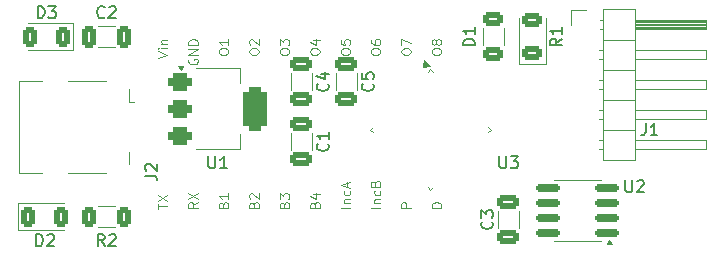
<source format=gto>
G04 #@! TF.GenerationSoftware,KiCad,Pcbnew,8.0.3*
G04 #@! TF.CreationDate,2024-06-24T13:25:16+02:00*
G04 #@! TF.ProjectId,LimbusZero,4c696d62-7573-45a6-9572-6f2e6b696361,v.0.1*
G04 #@! TF.SameCoordinates,Original*
G04 #@! TF.FileFunction,Legend,Top*
G04 #@! TF.FilePolarity,Positive*
%FSLAX46Y46*%
G04 Gerber Fmt 4.6, Leading zero omitted, Abs format (unit mm)*
G04 Created by KiCad (PCBNEW 8.0.3) date 2024-06-24 13:25:16*
%MOMM*%
%LPD*%
G01*
G04 APERTURE LIST*
G04 Aperture macros list*
%AMRoundRect*
0 Rectangle with rounded corners*
0 $1 Rounding radius*
0 $2 $3 $4 $5 $6 $7 $8 $9 X,Y pos of 4 corners*
0 Add a 4 corners polygon primitive as box body*
4,1,4,$2,$3,$4,$5,$6,$7,$8,$9,$2,$3,0*
0 Add four circle primitives for the rounded corners*
1,1,$1+$1,$2,$3*
1,1,$1+$1,$4,$5*
1,1,$1+$1,$6,$7*
1,1,$1+$1,$8,$9*
0 Add four rect primitives between the rounded corners*
20,1,$1+$1,$2,$3,$4,$5,0*
20,1,$1+$1,$4,$5,$6,$7,0*
20,1,$1+$1,$6,$7,$8,$9,0*
20,1,$1+$1,$8,$9,$2,$3,0*%
G04 Aperture macros list end*
%ADD10C,0.100000*%
%ADD11C,0.150000*%
%ADD12C,0.120000*%
%ADD13RoundRect,0.250000X-0.625000X0.312500X-0.625000X-0.312500X0.625000X-0.312500X0.625000X0.312500X0*%
%ADD14RoundRect,0.250000X-0.375000X-0.625000X0.375000X-0.625000X0.375000X0.625000X-0.375000X0.625000X0*%
%ADD15RoundRect,0.250000X-0.650000X0.325000X-0.650000X-0.325000X0.650000X-0.325000X0.650000X0.325000X0*%
%ADD16C,1.000000*%
%ADD17R,2.000000X0.500000*%
%ADD18R,1.700000X2.000000*%
%ADD19RoundRect,0.250000X0.625000X-0.375000X0.625000X0.375000X-0.625000X0.375000X-0.625000X-0.375000X0*%
%ADD20RoundRect,0.375000X-0.625000X-0.375000X0.625000X-0.375000X0.625000X0.375000X-0.625000X0.375000X0*%
%ADD21RoundRect,0.500000X-0.500000X-1.400000X0.500000X-1.400000X0.500000X1.400000X-0.500000X1.400000X0*%
%ADD22RoundRect,0.250000X0.375000X0.625000X-0.375000X0.625000X-0.375000X-0.625000X0.375000X-0.625000X0*%
%ADD23R,1.700000X1.700000*%
%ADD24O,1.700000X1.700000*%
%ADD25RoundRect,0.150000X0.825000X0.150000X-0.825000X0.150000X-0.825000X-0.150000X0.825000X-0.150000X0*%
%ADD26RoundRect,0.250000X-0.325000X-0.650000X0.325000X-0.650000X0.325000X0.650000X-0.325000X0.650000X0*%
%ADD27RoundRect,0.125000X-0.530330X0.353553X0.353553X-0.530330X0.530330X-0.353553X-0.353553X0.530330X0*%
%ADD28RoundRect,0.125000X-0.530330X-0.353553X-0.353553X-0.530330X0.530330X0.353553X0.353553X0.530330X0*%
%ADD29RoundRect,0.250000X-0.312500X-0.625000X0.312500X-0.625000X0.312500X0.625000X-0.312500X0.625000X0*%
G04 APERTURE END LIST*
D10*
X93261705Y-69090074D02*
X94061705Y-68823407D01*
X94061705Y-68823407D02*
X93261705Y-68556741D01*
X94061705Y-68290074D02*
X93528371Y-68290074D01*
X93261705Y-68290074D02*
X93299800Y-68328170D01*
X93299800Y-68328170D02*
X93337895Y-68290074D01*
X93337895Y-68290074D02*
X93299800Y-68251979D01*
X93299800Y-68251979D02*
X93261705Y-68290074D01*
X93261705Y-68290074D02*
X93337895Y-68290074D01*
X93528371Y-67909122D02*
X94061705Y-67909122D01*
X93604562Y-67909122D02*
X93566467Y-67871027D01*
X93566467Y-67871027D02*
X93528371Y-67794837D01*
X93528371Y-67794837D02*
X93528371Y-67680551D01*
X93528371Y-67680551D02*
X93566467Y-67604360D01*
X93566467Y-67604360D02*
X93642657Y-67566265D01*
X93642657Y-67566265D02*
X94061705Y-67566265D01*
X95875710Y-69204360D02*
X95837615Y-69280550D01*
X95837615Y-69280550D02*
X95837615Y-69394836D01*
X95837615Y-69394836D02*
X95875710Y-69509122D01*
X95875710Y-69509122D02*
X95951900Y-69585312D01*
X95951900Y-69585312D02*
X96028091Y-69623407D01*
X96028091Y-69623407D02*
X96180472Y-69661503D01*
X96180472Y-69661503D02*
X96294758Y-69661503D01*
X96294758Y-69661503D02*
X96447139Y-69623407D01*
X96447139Y-69623407D02*
X96523329Y-69585312D01*
X96523329Y-69585312D02*
X96599520Y-69509122D01*
X96599520Y-69509122D02*
X96637615Y-69394836D01*
X96637615Y-69394836D02*
X96637615Y-69318645D01*
X96637615Y-69318645D02*
X96599520Y-69204360D01*
X96599520Y-69204360D02*
X96561424Y-69166264D01*
X96561424Y-69166264D02*
X96294758Y-69166264D01*
X96294758Y-69166264D02*
X96294758Y-69318645D01*
X96637615Y-68823407D02*
X95837615Y-68823407D01*
X95837615Y-68823407D02*
X96637615Y-68366264D01*
X96637615Y-68366264D02*
X95837615Y-68366264D01*
X96637615Y-67985312D02*
X95837615Y-67985312D01*
X95837615Y-67985312D02*
X95837615Y-67794836D01*
X95837615Y-67794836D02*
X95875710Y-67680550D01*
X95875710Y-67680550D02*
X95951900Y-67604360D01*
X95951900Y-67604360D02*
X96028091Y-67566265D01*
X96028091Y-67566265D02*
X96180472Y-67528169D01*
X96180472Y-67528169D02*
X96294758Y-67528169D01*
X96294758Y-67528169D02*
X96447139Y-67566265D01*
X96447139Y-67566265D02*
X96523329Y-67604360D01*
X96523329Y-67604360D02*
X96599520Y-67680550D01*
X96599520Y-67680550D02*
X96637615Y-67794836D01*
X96637615Y-67794836D02*
X96637615Y-67985312D01*
X98413525Y-68632931D02*
X98413525Y-68480550D01*
X98413525Y-68480550D02*
X98451620Y-68404360D01*
X98451620Y-68404360D02*
X98527810Y-68328169D01*
X98527810Y-68328169D02*
X98680191Y-68290074D01*
X98680191Y-68290074D02*
X98946858Y-68290074D01*
X98946858Y-68290074D02*
X99099239Y-68328169D01*
X99099239Y-68328169D02*
X99175430Y-68404360D01*
X99175430Y-68404360D02*
X99213525Y-68480550D01*
X99213525Y-68480550D02*
X99213525Y-68632931D01*
X99213525Y-68632931D02*
X99175430Y-68709122D01*
X99175430Y-68709122D02*
X99099239Y-68785312D01*
X99099239Y-68785312D02*
X98946858Y-68823408D01*
X98946858Y-68823408D02*
X98680191Y-68823408D01*
X98680191Y-68823408D02*
X98527810Y-68785312D01*
X98527810Y-68785312D02*
X98451620Y-68709122D01*
X98451620Y-68709122D02*
X98413525Y-68632931D01*
X99213525Y-67528170D02*
X99213525Y-67985313D01*
X99213525Y-67756741D02*
X98413525Y-67756741D01*
X98413525Y-67756741D02*
X98527810Y-67832932D01*
X98527810Y-67832932D02*
X98604001Y-67909122D01*
X98604001Y-67909122D02*
X98642096Y-67985313D01*
X100989435Y-68632931D02*
X100989435Y-68480550D01*
X100989435Y-68480550D02*
X101027530Y-68404360D01*
X101027530Y-68404360D02*
X101103720Y-68328169D01*
X101103720Y-68328169D02*
X101256101Y-68290074D01*
X101256101Y-68290074D02*
X101522768Y-68290074D01*
X101522768Y-68290074D02*
X101675149Y-68328169D01*
X101675149Y-68328169D02*
X101751340Y-68404360D01*
X101751340Y-68404360D02*
X101789435Y-68480550D01*
X101789435Y-68480550D02*
X101789435Y-68632931D01*
X101789435Y-68632931D02*
X101751340Y-68709122D01*
X101751340Y-68709122D02*
X101675149Y-68785312D01*
X101675149Y-68785312D02*
X101522768Y-68823408D01*
X101522768Y-68823408D02*
X101256101Y-68823408D01*
X101256101Y-68823408D02*
X101103720Y-68785312D01*
X101103720Y-68785312D02*
X101027530Y-68709122D01*
X101027530Y-68709122D02*
X100989435Y-68632931D01*
X101065625Y-67985313D02*
X101027530Y-67947217D01*
X101027530Y-67947217D02*
X100989435Y-67871027D01*
X100989435Y-67871027D02*
X100989435Y-67680551D01*
X100989435Y-67680551D02*
X101027530Y-67604360D01*
X101027530Y-67604360D02*
X101065625Y-67566265D01*
X101065625Y-67566265D02*
X101141816Y-67528170D01*
X101141816Y-67528170D02*
X101218006Y-67528170D01*
X101218006Y-67528170D02*
X101332292Y-67566265D01*
X101332292Y-67566265D02*
X101789435Y-68023408D01*
X101789435Y-68023408D02*
X101789435Y-67528170D01*
X103565345Y-68632931D02*
X103565345Y-68480550D01*
X103565345Y-68480550D02*
X103603440Y-68404360D01*
X103603440Y-68404360D02*
X103679630Y-68328169D01*
X103679630Y-68328169D02*
X103832011Y-68290074D01*
X103832011Y-68290074D02*
X104098678Y-68290074D01*
X104098678Y-68290074D02*
X104251059Y-68328169D01*
X104251059Y-68328169D02*
X104327250Y-68404360D01*
X104327250Y-68404360D02*
X104365345Y-68480550D01*
X104365345Y-68480550D02*
X104365345Y-68632931D01*
X104365345Y-68632931D02*
X104327250Y-68709122D01*
X104327250Y-68709122D02*
X104251059Y-68785312D01*
X104251059Y-68785312D02*
X104098678Y-68823408D01*
X104098678Y-68823408D02*
X103832011Y-68823408D01*
X103832011Y-68823408D02*
X103679630Y-68785312D01*
X103679630Y-68785312D02*
X103603440Y-68709122D01*
X103603440Y-68709122D02*
X103565345Y-68632931D01*
X103565345Y-68023408D02*
X103565345Y-67528170D01*
X103565345Y-67528170D02*
X103870107Y-67794836D01*
X103870107Y-67794836D02*
X103870107Y-67680551D01*
X103870107Y-67680551D02*
X103908202Y-67604360D01*
X103908202Y-67604360D02*
X103946297Y-67566265D01*
X103946297Y-67566265D02*
X104022488Y-67528170D01*
X104022488Y-67528170D02*
X104212964Y-67528170D01*
X104212964Y-67528170D02*
X104289154Y-67566265D01*
X104289154Y-67566265D02*
X104327250Y-67604360D01*
X104327250Y-67604360D02*
X104365345Y-67680551D01*
X104365345Y-67680551D02*
X104365345Y-67909122D01*
X104365345Y-67909122D02*
X104327250Y-67985313D01*
X104327250Y-67985313D02*
X104289154Y-68023408D01*
X106141255Y-68632931D02*
X106141255Y-68480550D01*
X106141255Y-68480550D02*
X106179350Y-68404360D01*
X106179350Y-68404360D02*
X106255540Y-68328169D01*
X106255540Y-68328169D02*
X106407921Y-68290074D01*
X106407921Y-68290074D02*
X106674588Y-68290074D01*
X106674588Y-68290074D02*
X106826969Y-68328169D01*
X106826969Y-68328169D02*
X106903160Y-68404360D01*
X106903160Y-68404360D02*
X106941255Y-68480550D01*
X106941255Y-68480550D02*
X106941255Y-68632931D01*
X106941255Y-68632931D02*
X106903160Y-68709122D01*
X106903160Y-68709122D02*
X106826969Y-68785312D01*
X106826969Y-68785312D02*
X106674588Y-68823408D01*
X106674588Y-68823408D02*
X106407921Y-68823408D01*
X106407921Y-68823408D02*
X106255540Y-68785312D01*
X106255540Y-68785312D02*
X106179350Y-68709122D01*
X106179350Y-68709122D02*
X106141255Y-68632931D01*
X106407921Y-67604360D02*
X106941255Y-67604360D01*
X106103160Y-67794836D02*
X106674588Y-67985313D01*
X106674588Y-67985313D02*
X106674588Y-67490074D01*
X108717165Y-68632931D02*
X108717165Y-68480550D01*
X108717165Y-68480550D02*
X108755260Y-68404360D01*
X108755260Y-68404360D02*
X108831450Y-68328169D01*
X108831450Y-68328169D02*
X108983831Y-68290074D01*
X108983831Y-68290074D02*
X109250498Y-68290074D01*
X109250498Y-68290074D02*
X109402879Y-68328169D01*
X109402879Y-68328169D02*
X109479070Y-68404360D01*
X109479070Y-68404360D02*
X109517165Y-68480550D01*
X109517165Y-68480550D02*
X109517165Y-68632931D01*
X109517165Y-68632931D02*
X109479070Y-68709122D01*
X109479070Y-68709122D02*
X109402879Y-68785312D01*
X109402879Y-68785312D02*
X109250498Y-68823408D01*
X109250498Y-68823408D02*
X108983831Y-68823408D01*
X108983831Y-68823408D02*
X108831450Y-68785312D01*
X108831450Y-68785312D02*
X108755260Y-68709122D01*
X108755260Y-68709122D02*
X108717165Y-68632931D01*
X108717165Y-67566265D02*
X108717165Y-67947217D01*
X108717165Y-67947217D02*
X109098117Y-67985313D01*
X109098117Y-67985313D02*
X109060022Y-67947217D01*
X109060022Y-67947217D02*
X109021927Y-67871027D01*
X109021927Y-67871027D02*
X109021927Y-67680551D01*
X109021927Y-67680551D02*
X109060022Y-67604360D01*
X109060022Y-67604360D02*
X109098117Y-67566265D01*
X109098117Y-67566265D02*
X109174308Y-67528170D01*
X109174308Y-67528170D02*
X109364784Y-67528170D01*
X109364784Y-67528170D02*
X109440974Y-67566265D01*
X109440974Y-67566265D02*
X109479070Y-67604360D01*
X109479070Y-67604360D02*
X109517165Y-67680551D01*
X109517165Y-67680551D02*
X109517165Y-67871027D01*
X109517165Y-67871027D02*
X109479070Y-67947217D01*
X109479070Y-67947217D02*
X109440974Y-67985313D01*
X111293075Y-68632931D02*
X111293075Y-68480550D01*
X111293075Y-68480550D02*
X111331170Y-68404360D01*
X111331170Y-68404360D02*
X111407360Y-68328169D01*
X111407360Y-68328169D02*
X111559741Y-68290074D01*
X111559741Y-68290074D02*
X111826408Y-68290074D01*
X111826408Y-68290074D02*
X111978789Y-68328169D01*
X111978789Y-68328169D02*
X112054980Y-68404360D01*
X112054980Y-68404360D02*
X112093075Y-68480550D01*
X112093075Y-68480550D02*
X112093075Y-68632931D01*
X112093075Y-68632931D02*
X112054980Y-68709122D01*
X112054980Y-68709122D02*
X111978789Y-68785312D01*
X111978789Y-68785312D02*
X111826408Y-68823408D01*
X111826408Y-68823408D02*
X111559741Y-68823408D01*
X111559741Y-68823408D02*
X111407360Y-68785312D01*
X111407360Y-68785312D02*
X111331170Y-68709122D01*
X111331170Y-68709122D02*
X111293075Y-68632931D01*
X111293075Y-67604360D02*
X111293075Y-67756741D01*
X111293075Y-67756741D02*
X111331170Y-67832932D01*
X111331170Y-67832932D02*
X111369265Y-67871027D01*
X111369265Y-67871027D02*
X111483551Y-67947217D01*
X111483551Y-67947217D02*
X111635932Y-67985313D01*
X111635932Y-67985313D02*
X111940694Y-67985313D01*
X111940694Y-67985313D02*
X112016884Y-67947217D01*
X112016884Y-67947217D02*
X112054980Y-67909122D01*
X112054980Y-67909122D02*
X112093075Y-67832932D01*
X112093075Y-67832932D02*
X112093075Y-67680551D01*
X112093075Y-67680551D02*
X112054980Y-67604360D01*
X112054980Y-67604360D02*
X112016884Y-67566265D01*
X112016884Y-67566265D02*
X111940694Y-67528170D01*
X111940694Y-67528170D02*
X111750218Y-67528170D01*
X111750218Y-67528170D02*
X111674027Y-67566265D01*
X111674027Y-67566265D02*
X111635932Y-67604360D01*
X111635932Y-67604360D02*
X111597837Y-67680551D01*
X111597837Y-67680551D02*
X111597837Y-67832932D01*
X111597837Y-67832932D02*
X111635932Y-67909122D01*
X111635932Y-67909122D02*
X111674027Y-67947217D01*
X111674027Y-67947217D02*
X111750218Y-67985313D01*
X113868985Y-68632931D02*
X113868985Y-68480550D01*
X113868985Y-68480550D02*
X113907080Y-68404360D01*
X113907080Y-68404360D02*
X113983270Y-68328169D01*
X113983270Y-68328169D02*
X114135651Y-68290074D01*
X114135651Y-68290074D02*
X114402318Y-68290074D01*
X114402318Y-68290074D02*
X114554699Y-68328169D01*
X114554699Y-68328169D02*
X114630890Y-68404360D01*
X114630890Y-68404360D02*
X114668985Y-68480550D01*
X114668985Y-68480550D02*
X114668985Y-68632931D01*
X114668985Y-68632931D02*
X114630890Y-68709122D01*
X114630890Y-68709122D02*
X114554699Y-68785312D01*
X114554699Y-68785312D02*
X114402318Y-68823408D01*
X114402318Y-68823408D02*
X114135651Y-68823408D01*
X114135651Y-68823408D02*
X113983270Y-68785312D01*
X113983270Y-68785312D02*
X113907080Y-68709122D01*
X113907080Y-68709122D02*
X113868985Y-68632931D01*
X113868985Y-68023408D02*
X113868985Y-67490074D01*
X113868985Y-67490074D02*
X114668985Y-67832932D01*
X116444895Y-68632931D02*
X116444895Y-68480550D01*
X116444895Y-68480550D02*
X116482990Y-68404360D01*
X116482990Y-68404360D02*
X116559180Y-68328169D01*
X116559180Y-68328169D02*
X116711561Y-68290074D01*
X116711561Y-68290074D02*
X116978228Y-68290074D01*
X116978228Y-68290074D02*
X117130609Y-68328169D01*
X117130609Y-68328169D02*
X117206800Y-68404360D01*
X117206800Y-68404360D02*
X117244895Y-68480550D01*
X117244895Y-68480550D02*
X117244895Y-68632931D01*
X117244895Y-68632931D02*
X117206800Y-68709122D01*
X117206800Y-68709122D02*
X117130609Y-68785312D01*
X117130609Y-68785312D02*
X116978228Y-68823408D01*
X116978228Y-68823408D02*
X116711561Y-68823408D01*
X116711561Y-68823408D02*
X116559180Y-68785312D01*
X116559180Y-68785312D02*
X116482990Y-68709122D01*
X116482990Y-68709122D02*
X116444895Y-68632931D01*
X116787752Y-67832932D02*
X116749657Y-67909122D01*
X116749657Y-67909122D02*
X116711561Y-67947217D01*
X116711561Y-67947217D02*
X116635371Y-67985313D01*
X116635371Y-67985313D02*
X116597276Y-67985313D01*
X116597276Y-67985313D02*
X116521085Y-67947217D01*
X116521085Y-67947217D02*
X116482990Y-67909122D01*
X116482990Y-67909122D02*
X116444895Y-67832932D01*
X116444895Y-67832932D02*
X116444895Y-67680551D01*
X116444895Y-67680551D02*
X116482990Y-67604360D01*
X116482990Y-67604360D02*
X116521085Y-67566265D01*
X116521085Y-67566265D02*
X116597276Y-67528170D01*
X116597276Y-67528170D02*
X116635371Y-67528170D01*
X116635371Y-67528170D02*
X116711561Y-67566265D01*
X116711561Y-67566265D02*
X116749657Y-67604360D01*
X116749657Y-67604360D02*
X116787752Y-67680551D01*
X116787752Y-67680551D02*
X116787752Y-67832932D01*
X116787752Y-67832932D02*
X116825847Y-67909122D01*
X116825847Y-67909122D02*
X116863942Y-67947217D01*
X116863942Y-67947217D02*
X116940133Y-67985313D01*
X116940133Y-67985313D02*
X117092514Y-67985313D01*
X117092514Y-67985313D02*
X117168704Y-67947217D01*
X117168704Y-67947217D02*
X117206800Y-67909122D01*
X117206800Y-67909122D02*
X117244895Y-67832932D01*
X117244895Y-67832932D02*
X117244895Y-67680551D01*
X117244895Y-67680551D02*
X117206800Y-67604360D01*
X117206800Y-67604360D02*
X117168704Y-67566265D01*
X117168704Y-67566265D02*
X117092514Y-67528170D01*
X117092514Y-67528170D02*
X116940133Y-67528170D01*
X116940133Y-67528170D02*
X116863942Y-67566265D01*
X116863942Y-67566265D02*
X116825847Y-67604360D01*
X116825847Y-67604360D02*
X116787752Y-67680551D01*
X93261705Y-81900020D02*
X93261705Y-81442877D01*
X94061705Y-81671449D02*
X93261705Y-81671449D01*
X93261705Y-81252401D02*
X94061705Y-80719067D01*
X93261705Y-80719067D02*
X94061705Y-81252401D01*
X96637615Y-81328591D02*
X96256662Y-81595258D01*
X96637615Y-81785734D02*
X95837615Y-81785734D01*
X95837615Y-81785734D02*
X95837615Y-81480972D01*
X95837615Y-81480972D02*
X95875710Y-81404782D01*
X95875710Y-81404782D02*
X95913805Y-81366687D01*
X95913805Y-81366687D02*
X95989996Y-81328591D01*
X95989996Y-81328591D02*
X96104281Y-81328591D01*
X96104281Y-81328591D02*
X96180472Y-81366687D01*
X96180472Y-81366687D02*
X96218567Y-81404782D01*
X96218567Y-81404782D02*
X96256662Y-81480972D01*
X96256662Y-81480972D02*
X96256662Y-81785734D01*
X95837615Y-81061925D02*
X96637615Y-80528591D01*
X95837615Y-80528591D02*
X96637615Y-81061925D01*
X98794477Y-81519068D02*
X98832572Y-81404782D01*
X98832572Y-81404782D02*
X98870668Y-81366687D01*
X98870668Y-81366687D02*
X98946858Y-81328591D01*
X98946858Y-81328591D02*
X99061144Y-81328591D01*
X99061144Y-81328591D02*
X99137334Y-81366687D01*
X99137334Y-81366687D02*
X99175430Y-81404782D01*
X99175430Y-81404782D02*
X99213525Y-81480972D01*
X99213525Y-81480972D02*
X99213525Y-81785734D01*
X99213525Y-81785734D02*
X98413525Y-81785734D01*
X98413525Y-81785734D02*
X98413525Y-81519068D01*
X98413525Y-81519068D02*
X98451620Y-81442877D01*
X98451620Y-81442877D02*
X98489715Y-81404782D01*
X98489715Y-81404782D02*
X98565906Y-81366687D01*
X98565906Y-81366687D02*
X98642096Y-81366687D01*
X98642096Y-81366687D02*
X98718287Y-81404782D01*
X98718287Y-81404782D02*
X98756382Y-81442877D01*
X98756382Y-81442877D02*
X98794477Y-81519068D01*
X98794477Y-81519068D02*
X98794477Y-81785734D01*
X99213525Y-80566687D02*
X99213525Y-81023830D01*
X99213525Y-80795258D02*
X98413525Y-80795258D01*
X98413525Y-80795258D02*
X98527810Y-80871449D01*
X98527810Y-80871449D02*
X98604001Y-80947639D01*
X98604001Y-80947639D02*
X98642096Y-81023830D01*
X101370387Y-81519068D02*
X101408482Y-81404782D01*
X101408482Y-81404782D02*
X101446578Y-81366687D01*
X101446578Y-81366687D02*
X101522768Y-81328591D01*
X101522768Y-81328591D02*
X101637054Y-81328591D01*
X101637054Y-81328591D02*
X101713244Y-81366687D01*
X101713244Y-81366687D02*
X101751340Y-81404782D01*
X101751340Y-81404782D02*
X101789435Y-81480972D01*
X101789435Y-81480972D02*
X101789435Y-81785734D01*
X101789435Y-81785734D02*
X100989435Y-81785734D01*
X100989435Y-81785734D02*
X100989435Y-81519068D01*
X100989435Y-81519068D02*
X101027530Y-81442877D01*
X101027530Y-81442877D02*
X101065625Y-81404782D01*
X101065625Y-81404782D02*
X101141816Y-81366687D01*
X101141816Y-81366687D02*
X101218006Y-81366687D01*
X101218006Y-81366687D02*
X101294197Y-81404782D01*
X101294197Y-81404782D02*
X101332292Y-81442877D01*
X101332292Y-81442877D02*
X101370387Y-81519068D01*
X101370387Y-81519068D02*
X101370387Y-81785734D01*
X101065625Y-81023830D02*
X101027530Y-80985734D01*
X101027530Y-80985734D02*
X100989435Y-80909544D01*
X100989435Y-80909544D02*
X100989435Y-80719068D01*
X100989435Y-80719068D02*
X101027530Y-80642877D01*
X101027530Y-80642877D02*
X101065625Y-80604782D01*
X101065625Y-80604782D02*
X101141816Y-80566687D01*
X101141816Y-80566687D02*
X101218006Y-80566687D01*
X101218006Y-80566687D02*
X101332292Y-80604782D01*
X101332292Y-80604782D02*
X101789435Y-81061925D01*
X101789435Y-81061925D02*
X101789435Y-80566687D01*
X103946297Y-81519068D02*
X103984392Y-81404782D01*
X103984392Y-81404782D02*
X104022488Y-81366687D01*
X104022488Y-81366687D02*
X104098678Y-81328591D01*
X104098678Y-81328591D02*
X104212964Y-81328591D01*
X104212964Y-81328591D02*
X104289154Y-81366687D01*
X104289154Y-81366687D02*
X104327250Y-81404782D01*
X104327250Y-81404782D02*
X104365345Y-81480972D01*
X104365345Y-81480972D02*
X104365345Y-81785734D01*
X104365345Y-81785734D02*
X103565345Y-81785734D01*
X103565345Y-81785734D02*
X103565345Y-81519068D01*
X103565345Y-81519068D02*
X103603440Y-81442877D01*
X103603440Y-81442877D02*
X103641535Y-81404782D01*
X103641535Y-81404782D02*
X103717726Y-81366687D01*
X103717726Y-81366687D02*
X103793916Y-81366687D01*
X103793916Y-81366687D02*
X103870107Y-81404782D01*
X103870107Y-81404782D02*
X103908202Y-81442877D01*
X103908202Y-81442877D02*
X103946297Y-81519068D01*
X103946297Y-81519068D02*
X103946297Y-81785734D01*
X103565345Y-81061925D02*
X103565345Y-80566687D01*
X103565345Y-80566687D02*
X103870107Y-80833353D01*
X103870107Y-80833353D02*
X103870107Y-80719068D01*
X103870107Y-80719068D02*
X103908202Y-80642877D01*
X103908202Y-80642877D02*
X103946297Y-80604782D01*
X103946297Y-80604782D02*
X104022488Y-80566687D01*
X104022488Y-80566687D02*
X104212964Y-80566687D01*
X104212964Y-80566687D02*
X104289154Y-80604782D01*
X104289154Y-80604782D02*
X104327250Y-80642877D01*
X104327250Y-80642877D02*
X104365345Y-80719068D01*
X104365345Y-80719068D02*
X104365345Y-80947639D01*
X104365345Y-80947639D02*
X104327250Y-81023830D01*
X104327250Y-81023830D02*
X104289154Y-81061925D01*
X106522207Y-81519068D02*
X106560302Y-81404782D01*
X106560302Y-81404782D02*
X106598398Y-81366687D01*
X106598398Y-81366687D02*
X106674588Y-81328591D01*
X106674588Y-81328591D02*
X106788874Y-81328591D01*
X106788874Y-81328591D02*
X106865064Y-81366687D01*
X106865064Y-81366687D02*
X106903160Y-81404782D01*
X106903160Y-81404782D02*
X106941255Y-81480972D01*
X106941255Y-81480972D02*
X106941255Y-81785734D01*
X106941255Y-81785734D02*
X106141255Y-81785734D01*
X106141255Y-81785734D02*
X106141255Y-81519068D01*
X106141255Y-81519068D02*
X106179350Y-81442877D01*
X106179350Y-81442877D02*
X106217445Y-81404782D01*
X106217445Y-81404782D02*
X106293636Y-81366687D01*
X106293636Y-81366687D02*
X106369826Y-81366687D01*
X106369826Y-81366687D02*
X106446017Y-81404782D01*
X106446017Y-81404782D02*
X106484112Y-81442877D01*
X106484112Y-81442877D02*
X106522207Y-81519068D01*
X106522207Y-81519068D02*
X106522207Y-81785734D01*
X106407921Y-80642877D02*
X106941255Y-80642877D01*
X106103160Y-80833353D02*
X106674588Y-81023830D01*
X106674588Y-81023830D02*
X106674588Y-80528591D01*
X109517165Y-81785734D02*
X108717165Y-81785734D01*
X108983831Y-81404782D02*
X109517165Y-81404782D01*
X109060022Y-81404782D02*
X109021927Y-81366687D01*
X109021927Y-81366687D02*
X108983831Y-81290497D01*
X108983831Y-81290497D02*
X108983831Y-81176211D01*
X108983831Y-81176211D02*
X109021927Y-81100020D01*
X109021927Y-81100020D02*
X109098117Y-81061925D01*
X109098117Y-81061925D02*
X109517165Y-81061925D01*
X109479070Y-80338115D02*
X109517165Y-80414306D01*
X109517165Y-80414306D02*
X109517165Y-80566687D01*
X109517165Y-80566687D02*
X109479070Y-80642877D01*
X109479070Y-80642877D02*
X109440974Y-80680972D01*
X109440974Y-80680972D02*
X109364784Y-80719068D01*
X109364784Y-80719068D02*
X109136212Y-80719068D01*
X109136212Y-80719068D02*
X109060022Y-80680972D01*
X109060022Y-80680972D02*
X109021927Y-80642877D01*
X109021927Y-80642877D02*
X108983831Y-80566687D01*
X108983831Y-80566687D02*
X108983831Y-80414306D01*
X108983831Y-80414306D02*
X109021927Y-80338115D01*
X109288593Y-80033354D02*
X109288593Y-79652401D01*
X109517165Y-80109544D02*
X108717165Y-79842877D01*
X108717165Y-79842877D02*
X109517165Y-79576211D01*
X112093075Y-81785734D02*
X111293075Y-81785734D01*
X111559741Y-81404782D02*
X112093075Y-81404782D01*
X111635932Y-81404782D02*
X111597837Y-81366687D01*
X111597837Y-81366687D02*
X111559741Y-81290497D01*
X111559741Y-81290497D02*
X111559741Y-81176211D01*
X111559741Y-81176211D02*
X111597837Y-81100020D01*
X111597837Y-81100020D02*
X111674027Y-81061925D01*
X111674027Y-81061925D02*
X112093075Y-81061925D01*
X112054980Y-80338115D02*
X112093075Y-80414306D01*
X112093075Y-80414306D02*
X112093075Y-80566687D01*
X112093075Y-80566687D02*
X112054980Y-80642877D01*
X112054980Y-80642877D02*
X112016884Y-80680972D01*
X112016884Y-80680972D02*
X111940694Y-80719068D01*
X111940694Y-80719068D02*
X111712122Y-80719068D01*
X111712122Y-80719068D02*
X111635932Y-80680972D01*
X111635932Y-80680972D02*
X111597837Y-80642877D01*
X111597837Y-80642877D02*
X111559741Y-80566687D01*
X111559741Y-80566687D02*
X111559741Y-80414306D01*
X111559741Y-80414306D02*
X111597837Y-80338115D01*
X111674027Y-79728592D02*
X111712122Y-79614306D01*
X111712122Y-79614306D02*
X111750218Y-79576211D01*
X111750218Y-79576211D02*
X111826408Y-79538115D01*
X111826408Y-79538115D02*
X111940694Y-79538115D01*
X111940694Y-79538115D02*
X112016884Y-79576211D01*
X112016884Y-79576211D02*
X112054980Y-79614306D01*
X112054980Y-79614306D02*
X112093075Y-79690496D01*
X112093075Y-79690496D02*
X112093075Y-79995258D01*
X112093075Y-79995258D02*
X111293075Y-79995258D01*
X111293075Y-79995258D02*
X111293075Y-79728592D01*
X111293075Y-79728592D02*
X111331170Y-79652401D01*
X111331170Y-79652401D02*
X111369265Y-79614306D01*
X111369265Y-79614306D02*
X111445456Y-79576211D01*
X111445456Y-79576211D02*
X111521646Y-79576211D01*
X111521646Y-79576211D02*
X111597837Y-79614306D01*
X111597837Y-79614306D02*
X111635932Y-79652401D01*
X111635932Y-79652401D02*
X111674027Y-79728592D01*
X111674027Y-79728592D02*
X111674027Y-79995258D01*
X114668985Y-81785734D02*
X113868985Y-81785734D01*
X113868985Y-81785734D02*
X113868985Y-81480972D01*
X113868985Y-81480972D02*
X113907080Y-81404782D01*
X113907080Y-81404782D02*
X113945175Y-81366687D01*
X113945175Y-81366687D02*
X114021366Y-81328591D01*
X114021366Y-81328591D02*
X114135651Y-81328591D01*
X114135651Y-81328591D02*
X114211842Y-81366687D01*
X114211842Y-81366687D02*
X114249937Y-81404782D01*
X114249937Y-81404782D02*
X114288032Y-81480972D01*
X114288032Y-81480972D02*
X114288032Y-81785734D01*
X117244895Y-81785734D02*
X116444895Y-81785734D01*
X116444895Y-81785734D02*
X116444895Y-81595258D01*
X116444895Y-81595258D02*
X116482990Y-81480972D01*
X116482990Y-81480972D02*
X116559180Y-81404782D01*
X116559180Y-81404782D02*
X116635371Y-81366687D01*
X116635371Y-81366687D02*
X116787752Y-81328591D01*
X116787752Y-81328591D02*
X116902038Y-81328591D01*
X116902038Y-81328591D02*
X117054419Y-81366687D01*
X117054419Y-81366687D02*
X117130609Y-81404782D01*
X117130609Y-81404782D02*
X117206800Y-81480972D01*
X117206800Y-81480972D02*
X117244895Y-81595258D01*
X117244895Y-81595258D02*
X117244895Y-81785734D01*
D11*
X127454819Y-67476666D02*
X126978628Y-67809999D01*
X127454819Y-68048094D02*
X126454819Y-68048094D01*
X126454819Y-68048094D02*
X126454819Y-67667142D01*
X126454819Y-67667142D02*
X126502438Y-67571904D01*
X126502438Y-67571904D02*
X126550057Y-67524285D01*
X126550057Y-67524285D02*
X126645295Y-67476666D01*
X126645295Y-67476666D02*
X126788152Y-67476666D01*
X126788152Y-67476666D02*
X126883390Y-67524285D01*
X126883390Y-67524285D02*
X126931009Y-67571904D01*
X126931009Y-67571904D02*
X126978628Y-67667142D01*
X126978628Y-67667142D02*
X126978628Y-68048094D01*
X127454819Y-66524285D02*
X127454819Y-67095713D01*
X127454819Y-66809999D02*
X126454819Y-66809999D01*
X126454819Y-66809999D02*
X126597676Y-66905237D01*
X126597676Y-66905237D02*
X126692914Y-67000475D01*
X126692914Y-67000475D02*
X126740533Y-67095713D01*
X82951906Y-85036819D02*
X82951906Y-84036819D01*
X82951906Y-84036819D02*
X83190001Y-84036819D01*
X83190001Y-84036819D02*
X83332858Y-84084438D01*
X83332858Y-84084438D02*
X83428096Y-84179676D01*
X83428096Y-84179676D02*
X83475715Y-84274914D01*
X83475715Y-84274914D02*
X83523334Y-84465390D01*
X83523334Y-84465390D02*
X83523334Y-84608247D01*
X83523334Y-84608247D02*
X83475715Y-84798723D01*
X83475715Y-84798723D02*
X83428096Y-84893961D01*
X83428096Y-84893961D02*
X83332858Y-84989200D01*
X83332858Y-84989200D02*
X83190001Y-85036819D01*
X83190001Y-85036819D02*
X82951906Y-85036819D01*
X83904287Y-84132057D02*
X83951906Y-84084438D01*
X83951906Y-84084438D02*
X84047144Y-84036819D01*
X84047144Y-84036819D02*
X84285239Y-84036819D01*
X84285239Y-84036819D02*
X84380477Y-84084438D01*
X84380477Y-84084438D02*
X84428096Y-84132057D01*
X84428096Y-84132057D02*
X84475715Y-84227295D01*
X84475715Y-84227295D02*
X84475715Y-84322533D01*
X84475715Y-84322533D02*
X84428096Y-84465390D01*
X84428096Y-84465390D02*
X83856668Y-85036819D01*
X83856668Y-85036819D02*
X84475715Y-85036819D01*
X107619581Y-76366666D02*
X107667201Y-76414285D01*
X107667201Y-76414285D02*
X107714820Y-76557142D01*
X107714820Y-76557142D02*
X107714820Y-76652380D01*
X107714820Y-76652380D02*
X107667201Y-76795237D01*
X107667201Y-76795237D02*
X107571962Y-76890475D01*
X107571962Y-76890475D02*
X107476724Y-76938094D01*
X107476724Y-76938094D02*
X107286248Y-76985713D01*
X107286248Y-76985713D02*
X107143391Y-76985713D01*
X107143391Y-76985713D02*
X106952915Y-76938094D01*
X106952915Y-76938094D02*
X106857677Y-76890475D01*
X106857677Y-76890475D02*
X106762439Y-76795237D01*
X106762439Y-76795237D02*
X106714820Y-76652380D01*
X106714820Y-76652380D02*
X106714820Y-76557142D01*
X106714820Y-76557142D02*
X106762439Y-76414285D01*
X106762439Y-76414285D02*
X106810058Y-76366666D01*
X107714820Y-75414285D02*
X107714820Y-75985713D01*
X107714820Y-75699999D02*
X106714820Y-75699999D01*
X106714820Y-75699999D02*
X106857677Y-75795237D01*
X106857677Y-75795237D02*
X106952915Y-75890475D01*
X106952915Y-75890475D02*
X107000534Y-75985713D01*
X107619581Y-71286666D02*
X107667201Y-71334285D01*
X107667201Y-71334285D02*
X107714820Y-71477142D01*
X107714820Y-71477142D02*
X107714820Y-71572380D01*
X107714820Y-71572380D02*
X107667201Y-71715237D01*
X107667201Y-71715237D02*
X107571962Y-71810475D01*
X107571962Y-71810475D02*
X107476724Y-71858094D01*
X107476724Y-71858094D02*
X107286248Y-71905713D01*
X107286248Y-71905713D02*
X107143391Y-71905713D01*
X107143391Y-71905713D02*
X106952915Y-71858094D01*
X106952915Y-71858094D02*
X106857677Y-71810475D01*
X106857677Y-71810475D02*
X106762439Y-71715237D01*
X106762439Y-71715237D02*
X106714820Y-71572380D01*
X106714820Y-71572380D02*
X106714820Y-71477142D01*
X106714820Y-71477142D02*
X106762439Y-71334285D01*
X106762439Y-71334285D02*
X106810058Y-71286666D01*
X107048153Y-70429523D02*
X107714820Y-70429523D01*
X106667201Y-70667618D02*
X107381486Y-70905713D01*
X107381486Y-70905713D02*
X107381486Y-70286666D01*
X92164819Y-79073333D02*
X92879104Y-79073333D01*
X92879104Y-79073333D02*
X93021961Y-79120952D01*
X93021961Y-79120952D02*
X93117200Y-79216190D01*
X93117200Y-79216190D02*
X93164819Y-79359047D01*
X93164819Y-79359047D02*
X93164819Y-79454285D01*
X92260057Y-78644761D02*
X92212438Y-78597142D01*
X92212438Y-78597142D02*
X92164819Y-78501904D01*
X92164819Y-78501904D02*
X92164819Y-78263809D01*
X92164819Y-78263809D02*
X92212438Y-78168571D01*
X92212438Y-78168571D02*
X92260057Y-78120952D01*
X92260057Y-78120952D02*
X92355295Y-78073333D01*
X92355295Y-78073333D02*
X92450533Y-78073333D01*
X92450533Y-78073333D02*
X92593390Y-78120952D01*
X92593390Y-78120952D02*
X93164819Y-78692380D01*
X93164819Y-78692380D02*
X93164819Y-78073333D01*
X120088819Y-68048094D02*
X119088819Y-68048094D01*
X119088819Y-68048094D02*
X119088819Y-67809999D01*
X119088819Y-67809999D02*
X119136438Y-67667142D01*
X119136438Y-67667142D02*
X119231676Y-67571904D01*
X119231676Y-67571904D02*
X119326914Y-67524285D01*
X119326914Y-67524285D02*
X119517390Y-67476666D01*
X119517390Y-67476666D02*
X119660247Y-67476666D01*
X119660247Y-67476666D02*
X119850723Y-67524285D01*
X119850723Y-67524285D02*
X119945961Y-67571904D01*
X119945961Y-67571904D02*
X120041200Y-67667142D01*
X120041200Y-67667142D02*
X120088819Y-67809999D01*
X120088819Y-67809999D02*
X120088819Y-68048094D01*
X120088819Y-66524285D02*
X120088819Y-67095713D01*
X120088819Y-66809999D02*
X119088819Y-66809999D01*
X119088819Y-66809999D02*
X119231676Y-66905237D01*
X119231676Y-66905237D02*
X119326914Y-67000475D01*
X119326914Y-67000475D02*
X119374533Y-67095713D01*
X97536095Y-77432819D02*
X97536095Y-78242342D01*
X97536095Y-78242342D02*
X97583714Y-78337580D01*
X97583714Y-78337580D02*
X97631333Y-78385200D01*
X97631333Y-78385200D02*
X97726571Y-78432819D01*
X97726571Y-78432819D02*
X97917047Y-78432819D01*
X97917047Y-78432819D02*
X98012285Y-78385200D01*
X98012285Y-78385200D02*
X98059904Y-78337580D01*
X98059904Y-78337580D02*
X98107523Y-78242342D01*
X98107523Y-78242342D02*
X98107523Y-77432819D01*
X99107523Y-78432819D02*
X98536095Y-78432819D01*
X98821809Y-78432819D02*
X98821809Y-77432819D01*
X98821809Y-77432819D02*
X98726571Y-77575676D01*
X98726571Y-77575676D02*
X98631333Y-77670914D01*
X98631333Y-77670914D02*
X98536095Y-77718533D01*
X83081905Y-65732819D02*
X83081905Y-64732819D01*
X83081905Y-64732819D02*
X83320000Y-64732819D01*
X83320000Y-64732819D02*
X83462857Y-64780438D01*
X83462857Y-64780438D02*
X83558095Y-64875676D01*
X83558095Y-64875676D02*
X83605714Y-64970914D01*
X83605714Y-64970914D02*
X83653333Y-65161390D01*
X83653333Y-65161390D02*
X83653333Y-65304247D01*
X83653333Y-65304247D02*
X83605714Y-65494723D01*
X83605714Y-65494723D02*
X83558095Y-65589961D01*
X83558095Y-65589961D02*
X83462857Y-65685200D01*
X83462857Y-65685200D02*
X83320000Y-65732819D01*
X83320000Y-65732819D02*
X83081905Y-65732819D01*
X83986667Y-64732819D02*
X84605714Y-64732819D01*
X84605714Y-64732819D02*
X84272381Y-65113771D01*
X84272381Y-65113771D02*
X84415238Y-65113771D01*
X84415238Y-65113771D02*
X84510476Y-65161390D01*
X84510476Y-65161390D02*
X84558095Y-65209009D01*
X84558095Y-65209009D02*
X84605714Y-65304247D01*
X84605714Y-65304247D02*
X84605714Y-65542342D01*
X84605714Y-65542342D02*
X84558095Y-65637580D01*
X84558095Y-65637580D02*
X84510476Y-65685200D01*
X84510476Y-65685200D02*
X84415238Y-65732819D01*
X84415238Y-65732819D02*
X84129524Y-65732819D01*
X84129524Y-65732819D02*
X84034286Y-65685200D01*
X84034286Y-65685200D02*
X83986667Y-65637580D01*
X134540666Y-74638819D02*
X134540666Y-75353104D01*
X134540666Y-75353104D02*
X134493047Y-75495961D01*
X134493047Y-75495961D02*
X134397809Y-75591200D01*
X134397809Y-75591200D02*
X134254952Y-75638819D01*
X134254952Y-75638819D02*
X134159714Y-75638819D01*
X135540666Y-75638819D02*
X134969238Y-75638819D01*
X135254952Y-75638819D02*
X135254952Y-74638819D01*
X135254952Y-74638819D02*
X135159714Y-74781676D01*
X135159714Y-74781676D02*
X135064476Y-74876914D01*
X135064476Y-74876914D02*
X134969238Y-74924533D01*
X132842095Y-79464819D02*
X132842095Y-80274342D01*
X132842095Y-80274342D02*
X132889714Y-80369580D01*
X132889714Y-80369580D02*
X132937333Y-80417200D01*
X132937333Y-80417200D02*
X133032571Y-80464819D01*
X133032571Y-80464819D02*
X133223047Y-80464819D01*
X133223047Y-80464819D02*
X133318285Y-80417200D01*
X133318285Y-80417200D02*
X133365904Y-80369580D01*
X133365904Y-80369580D02*
X133413523Y-80274342D01*
X133413523Y-80274342D02*
X133413523Y-79464819D01*
X133842095Y-79560057D02*
X133889714Y-79512438D01*
X133889714Y-79512438D02*
X133984952Y-79464819D01*
X133984952Y-79464819D02*
X134223047Y-79464819D01*
X134223047Y-79464819D02*
X134318285Y-79512438D01*
X134318285Y-79512438D02*
X134365904Y-79560057D01*
X134365904Y-79560057D02*
X134413523Y-79655295D01*
X134413523Y-79655295D02*
X134413523Y-79750533D01*
X134413523Y-79750533D02*
X134365904Y-79893390D01*
X134365904Y-79893390D02*
X133794476Y-80464819D01*
X133794476Y-80464819D02*
X134413523Y-80464819D01*
X88733333Y-65637580D02*
X88685714Y-65685200D01*
X88685714Y-65685200D02*
X88542857Y-65732819D01*
X88542857Y-65732819D02*
X88447619Y-65732819D01*
X88447619Y-65732819D02*
X88304762Y-65685200D01*
X88304762Y-65685200D02*
X88209524Y-65589961D01*
X88209524Y-65589961D02*
X88161905Y-65494723D01*
X88161905Y-65494723D02*
X88114286Y-65304247D01*
X88114286Y-65304247D02*
X88114286Y-65161390D01*
X88114286Y-65161390D02*
X88161905Y-64970914D01*
X88161905Y-64970914D02*
X88209524Y-64875676D01*
X88209524Y-64875676D02*
X88304762Y-64780438D01*
X88304762Y-64780438D02*
X88447619Y-64732819D01*
X88447619Y-64732819D02*
X88542857Y-64732819D01*
X88542857Y-64732819D02*
X88685714Y-64780438D01*
X88685714Y-64780438D02*
X88733333Y-64828057D01*
X89114286Y-64828057D02*
X89161905Y-64780438D01*
X89161905Y-64780438D02*
X89257143Y-64732819D01*
X89257143Y-64732819D02*
X89495238Y-64732819D01*
X89495238Y-64732819D02*
X89590476Y-64780438D01*
X89590476Y-64780438D02*
X89638095Y-64828057D01*
X89638095Y-64828057D02*
X89685714Y-64923295D01*
X89685714Y-64923295D02*
X89685714Y-65018533D01*
X89685714Y-65018533D02*
X89638095Y-65161390D01*
X89638095Y-65161390D02*
X89066667Y-65732819D01*
X89066667Y-65732819D02*
X89685714Y-65732819D01*
X122174095Y-77432819D02*
X122174095Y-78242342D01*
X122174095Y-78242342D02*
X122221714Y-78337580D01*
X122221714Y-78337580D02*
X122269333Y-78385200D01*
X122269333Y-78385200D02*
X122364571Y-78432819D01*
X122364571Y-78432819D02*
X122555047Y-78432819D01*
X122555047Y-78432819D02*
X122650285Y-78385200D01*
X122650285Y-78385200D02*
X122697904Y-78337580D01*
X122697904Y-78337580D02*
X122745523Y-78242342D01*
X122745523Y-78242342D02*
X122745523Y-77432819D01*
X123126476Y-77432819D02*
X123745523Y-77432819D01*
X123745523Y-77432819D02*
X123412190Y-77813771D01*
X123412190Y-77813771D02*
X123555047Y-77813771D01*
X123555047Y-77813771D02*
X123650285Y-77861390D01*
X123650285Y-77861390D02*
X123697904Y-77909009D01*
X123697904Y-77909009D02*
X123745523Y-78004247D01*
X123745523Y-78004247D02*
X123745523Y-78242342D01*
X123745523Y-78242342D02*
X123697904Y-78337580D01*
X123697904Y-78337580D02*
X123650285Y-78385200D01*
X123650285Y-78385200D02*
X123555047Y-78432819D01*
X123555047Y-78432819D02*
X123269333Y-78432819D01*
X123269333Y-78432819D02*
X123174095Y-78385200D01*
X123174095Y-78385200D02*
X123126476Y-78337580D01*
X111429581Y-71286666D02*
X111477201Y-71334285D01*
X111477201Y-71334285D02*
X111524820Y-71477142D01*
X111524820Y-71477142D02*
X111524820Y-71572380D01*
X111524820Y-71572380D02*
X111477201Y-71715237D01*
X111477201Y-71715237D02*
X111381962Y-71810475D01*
X111381962Y-71810475D02*
X111286724Y-71858094D01*
X111286724Y-71858094D02*
X111096248Y-71905713D01*
X111096248Y-71905713D02*
X110953391Y-71905713D01*
X110953391Y-71905713D02*
X110762915Y-71858094D01*
X110762915Y-71858094D02*
X110667677Y-71810475D01*
X110667677Y-71810475D02*
X110572439Y-71715237D01*
X110572439Y-71715237D02*
X110524820Y-71572380D01*
X110524820Y-71572380D02*
X110524820Y-71477142D01*
X110524820Y-71477142D02*
X110572439Y-71334285D01*
X110572439Y-71334285D02*
X110620058Y-71286666D01*
X110524820Y-70381904D02*
X110524820Y-70858094D01*
X110524820Y-70858094D02*
X111001010Y-70905713D01*
X111001010Y-70905713D02*
X110953391Y-70858094D01*
X110953391Y-70858094D02*
X110905772Y-70762856D01*
X110905772Y-70762856D02*
X110905772Y-70524761D01*
X110905772Y-70524761D02*
X110953391Y-70429523D01*
X110953391Y-70429523D02*
X111001010Y-70381904D01*
X111001010Y-70381904D02*
X111096248Y-70334285D01*
X111096248Y-70334285D02*
X111334343Y-70334285D01*
X111334343Y-70334285D02*
X111429581Y-70381904D01*
X111429581Y-70381904D02*
X111477201Y-70429523D01*
X111477201Y-70429523D02*
X111524820Y-70524761D01*
X111524820Y-70524761D02*
X111524820Y-70762856D01*
X111524820Y-70762856D02*
X111477201Y-70858094D01*
X111477201Y-70858094D02*
X111429581Y-70905713D01*
X88733333Y-85036819D02*
X88400000Y-84560628D01*
X88161905Y-85036819D02*
X88161905Y-84036819D01*
X88161905Y-84036819D02*
X88542857Y-84036819D01*
X88542857Y-84036819D02*
X88638095Y-84084438D01*
X88638095Y-84084438D02*
X88685714Y-84132057D01*
X88685714Y-84132057D02*
X88733333Y-84227295D01*
X88733333Y-84227295D02*
X88733333Y-84370152D01*
X88733333Y-84370152D02*
X88685714Y-84465390D01*
X88685714Y-84465390D02*
X88638095Y-84513009D01*
X88638095Y-84513009D02*
X88542857Y-84560628D01*
X88542857Y-84560628D02*
X88161905Y-84560628D01*
X89114286Y-84132057D02*
X89161905Y-84084438D01*
X89161905Y-84084438D02*
X89257143Y-84036819D01*
X89257143Y-84036819D02*
X89495238Y-84036819D01*
X89495238Y-84036819D02*
X89590476Y-84084438D01*
X89590476Y-84084438D02*
X89638095Y-84132057D01*
X89638095Y-84132057D02*
X89685714Y-84227295D01*
X89685714Y-84227295D02*
X89685714Y-84322533D01*
X89685714Y-84322533D02*
X89638095Y-84465390D01*
X89638095Y-84465390D02*
X89066667Y-85036819D01*
X89066667Y-85036819D02*
X89685714Y-85036819D01*
X121517580Y-82970666D02*
X121565200Y-83018285D01*
X121565200Y-83018285D02*
X121612819Y-83161142D01*
X121612819Y-83161142D02*
X121612819Y-83256380D01*
X121612819Y-83256380D02*
X121565200Y-83399237D01*
X121565200Y-83399237D02*
X121469961Y-83494475D01*
X121469961Y-83494475D02*
X121374723Y-83542094D01*
X121374723Y-83542094D02*
X121184247Y-83589713D01*
X121184247Y-83589713D02*
X121041390Y-83589713D01*
X121041390Y-83589713D02*
X120850914Y-83542094D01*
X120850914Y-83542094D02*
X120755676Y-83494475D01*
X120755676Y-83494475D02*
X120660438Y-83399237D01*
X120660438Y-83399237D02*
X120612819Y-83256380D01*
X120612819Y-83256380D02*
X120612819Y-83161142D01*
X120612819Y-83161142D02*
X120660438Y-83018285D01*
X120660438Y-83018285D02*
X120708057Y-82970666D01*
X120612819Y-82637332D02*
X120612819Y-82018285D01*
X120612819Y-82018285D02*
X120993771Y-82351618D01*
X120993771Y-82351618D02*
X120993771Y-82208761D01*
X120993771Y-82208761D02*
X121041390Y-82113523D01*
X121041390Y-82113523D02*
X121089009Y-82065904D01*
X121089009Y-82065904D02*
X121184247Y-82018285D01*
X121184247Y-82018285D02*
X121422342Y-82018285D01*
X121422342Y-82018285D02*
X121517580Y-82065904D01*
X121517580Y-82065904D02*
X121565200Y-82113523D01*
X121565200Y-82113523D02*
X121612819Y-82208761D01*
X121612819Y-82208761D02*
X121612819Y-82494475D01*
X121612819Y-82494475D02*
X121565200Y-82589713D01*
X121565200Y-82589713D02*
X121517580Y-82637332D01*
D12*
X120756000Y-66582936D02*
X120756000Y-68037064D01*
X122576000Y-66582936D02*
X122576000Y-68037064D01*
X81405001Y-81415000D02*
X81405001Y-83685000D01*
X81405001Y-83685000D02*
X85290001Y-83685000D01*
X85290001Y-81415000D02*
X81405001Y-81415000D01*
X104500000Y-75488748D02*
X104500000Y-76911252D01*
X106320000Y-75488748D02*
X106320000Y-76911252D01*
X104500000Y-70408748D02*
X104500000Y-71831252D01*
X106320000Y-70408748D02*
X106320000Y-71831252D01*
X81465999Y-71020000D02*
X83416000Y-71020000D01*
X81465999Y-78840000D02*
X81465999Y-71020000D01*
X81465999Y-78840000D02*
X83416000Y-78840000D01*
X85636000Y-71020000D02*
X88866001Y-71020000D01*
X85636000Y-78840000D02*
X88866001Y-78840000D01*
X90786000Y-71739999D02*
X90786000Y-72820000D01*
X90786000Y-72820000D02*
X91216000Y-72820000D01*
X90786000Y-77040000D02*
X90786000Y-78120001D01*
X123833000Y-65710000D02*
X123833000Y-69595000D01*
X123833000Y-69595000D02*
X126103000Y-69595000D01*
X126103000Y-69595000D02*
X126103000Y-65710000D01*
X96448000Y-69995999D02*
X100208000Y-69996000D01*
X96448000Y-76816001D02*
X100208000Y-76816000D01*
X100208000Y-69996000D02*
X100208000Y-71255999D01*
X100208000Y-76816000D02*
X100208000Y-75556001D01*
X95168000Y-70096000D02*
X94928000Y-69766000D01*
X95408000Y-69766000D01*
X95168000Y-70096000D01*
G36*
X95168000Y-70096000D02*
G01*
X94928000Y-69766000D01*
X95408000Y-69766000D01*
X95168000Y-70096000D01*
G37*
X82220000Y-68445000D02*
X86105000Y-68445000D01*
X86105000Y-66175000D02*
X82220000Y-66175000D01*
X86105000Y-68445000D02*
X86105000Y-66175000D01*
X128269999Y-66294000D02*
X128270000Y-65024000D01*
X128270000Y-65024000D02*
X129540000Y-65023999D01*
X130582929Y-68454000D02*
X130980000Y-68454000D01*
X130582929Y-69214000D02*
X130980000Y-69214000D01*
X130582929Y-70994000D02*
X130980000Y-70994000D01*
X130582929Y-71754000D02*
X130980000Y-71754000D01*
X130582929Y-73534000D02*
X130980000Y-73534000D01*
X130582929Y-74294000D02*
X130980000Y-74294000D01*
X130582929Y-76074000D02*
X130980000Y-76074000D01*
X130582929Y-76834000D02*
X130980000Y-76834000D01*
X130650000Y-65914000D02*
X130980000Y-65914000D01*
X130650000Y-66674000D02*
X130980000Y-66674000D01*
X130980000Y-64964000D02*
X130980000Y-77784000D01*
X130980000Y-67564000D02*
X133640000Y-67564000D01*
X130980000Y-70104000D02*
X133640000Y-70104000D01*
X130980000Y-72644000D02*
X133640000Y-72644000D01*
X130980000Y-75184000D02*
X133640000Y-75184000D01*
X130980000Y-77784000D02*
X133640000Y-77784000D01*
X133640000Y-64964000D02*
X130980000Y-64964000D01*
X133640000Y-65914000D02*
X139640000Y-65914000D01*
X133640000Y-65974000D02*
X139640000Y-65974000D01*
X133640000Y-66094000D02*
X139640000Y-66094000D01*
X133640000Y-66214000D02*
X139640000Y-66214000D01*
X133640000Y-66334000D02*
X139640000Y-66334000D01*
X133640000Y-66454000D02*
X139640000Y-66454001D01*
X133640000Y-66574000D02*
X139640000Y-66573999D01*
X133640000Y-68454000D02*
X139640000Y-68454000D01*
X133640000Y-70994000D02*
X139640000Y-70993999D01*
X133640000Y-73534000D02*
X139640000Y-73534001D01*
X133640000Y-76074000D02*
X139640000Y-76074000D01*
X133640000Y-77784000D02*
X133640000Y-64964000D01*
X139640000Y-65914000D02*
X139640000Y-66674000D01*
X139640000Y-66674000D02*
X133640000Y-66674000D01*
X139640000Y-68454000D02*
X139640000Y-69214000D01*
X139640000Y-69214000D02*
X133640000Y-69214000D01*
X139640000Y-70993999D02*
X139640000Y-71754001D01*
X139640000Y-71754001D02*
X133640000Y-71754000D01*
X139640000Y-73534001D02*
X139640000Y-74294000D01*
X139640000Y-74294000D02*
X133640000Y-74294000D01*
X139640000Y-76074000D02*
X139640000Y-76834000D01*
X139640000Y-76834000D02*
X133640000Y-76834000D01*
X128778000Y-79482001D02*
X126828000Y-79482000D01*
X128778000Y-79482001D02*
X130728000Y-79482000D01*
X128778000Y-84601999D02*
X126828000Y-84602000D01*
X128778000Y-84601999D02*
X130728000Y-84602000D01*
X131717999Y-84837000D02*
X131238000Y-84837000D01*
X131478000Y-84507000D01*
X131717999Y-84837000D01*
G36*
X131717999Y-84837000D02*
G01*
X131238000Y-84837000D01*
X131478000Y-84507000D01*
X131717999Y-84837000D01*
G37*
X88188748Y-66400000D02*
X89611252Y-66400000D01*
X88188748Y-68220000D02*
X89611252Y-68220000D01*
X111226689Y-75184000D02*
X111438821Y-74971868D01*
X111438821Y-75396132D02*
X111226689Y-75184000D01*
X116119868Y-80077179D02*
X116332000Y-80289311D01*
X116332000Y-70078689D02*
X116119868Y-70290821D01*
X116332000Y-80289311D02*
X116544132Y-80077179D01*
X116544132Y-70290821D02*
X116332000Y-70078689D01*
X121225179Y-74971868D02*
X121437311Y-75184000D01*
X121437311Y-75184000D02*
X121225179Y-75396132D01*
X116266593Y-69772865D02*
X115693836Y-69864789D01*
X115785760Y-69292033D01*
X116266593Y-69772865D01*
G36*
X116266593Y-69772865D02*
G01*
X115693836Y-69864789D01*
X115785760Y-69292033D01*
X116266593Y-69772865D01*
G37*
X108310000Y-70408748D02*
X108310000Y-71831252D01*
X110130000Y-70408748D02*
X110130000Y-71831252D01*
X88172936Y-81640000D02*
X89627064Y-81640000D01*
X88172936Y-83460000D02*
X89627064Y-83460000D01*
X122026000Y-82092748D02*
X122026000Y-83515252D01*
X123846000Y-82092748D02*
X123846000Y-83515252D01*
%LPC*%
D13*
X121666000Y-65847500D03*
X121666000Y-68772500D03*
D14*
X82290002Y-82550000D03*
X85090000Y-82550000D03*
D15*
X105410000Y-74724999D03*
X105410000Y-77675001D03*
X105410000Y-69644999D03*
X105410000Y-72595001D03*
D16*
X87376000Y-72730000D03*
X87376000Y-77130000D03*
D17*
X90076000Y-73330000D03*
X90076000Y-74130000D03*
X90076000Y-74930000D03*
X90076000Y-75730000D03*
X90076000Y-76530000D03*
D18*
X89976000Y-70480000D03*
X84526000Y-70480000D03*
X89976000Y-79380000D03*
X84526000Y-79380000D03*
D19*
X124968000Y-68709999D03*
X124968000Y-65910001D03*
D20*
X95148000Y-71106000D03*
X95148001Y-73406000D03*
D21*
X101447999Y-73406000D03*
D20*
X95148000Y-75706000D03*
D22*
X85219999Y-67310000D03*
X82420001Y-67310000D03*
D23*
X129540000Y-66294000D03*
D24*
X129540000Y-68834000D03*
X129540000Y-71373999D03*
X129540000Y-73914000D03*
X129540000Y-76454000D03*
D25*
X131253000Y-83947000D03*
X131253000Y-82677000D03*
X131253000Y-81407000D03*
X131253000Y-80137000D03*
X126303000Y-80137000D03*
X126303000Y-81407000D03*
X126303000Y-82677000D03*
X126303000Y-83947000D03*
D26*
X87424999Y-67310000D03*
X90375001Y-67310000D03*
D27*
X115359728Y-70251930D03*
X114794043Y-70817616D03*
X114228357Y-71383301D03*
X113662672Y-71948986D03*
X113096986Y-72514672D03*
X112531301Y-73080357D03*
X111965616Y-73646043D03*
X111399930Y-74211728D03*
D28*
X111399930Y-76156272D03*
X111965616Y-76721957D03*
X112531301Y-77287643D03*
X113096986Y-77853328D03*
X113662672Y-78419014D03*
X114228357Y-78984699D03*
X114794043Y-79550384D03*
X115359728Y-80116070D03*
D27*
X117304272Y-80116070D03*
X117869957Y-79550384D03*
X118435643Y-78984699D03*
X119001328Y-78419014D03*
X119567014Y-77853328D03*
X120132699Y-77287643D03*
X120698384Y-76721957D03*
X121264070Y-76156272D03*
D28*
X121264070Y-74211728D03*
X120698384Y-73646043D03*
X120132699Y-73080357D03*
X119567014Y-72514672D03*
X119001328Y-71948986D03*
X118435643Y-71383301D03*
X117869957Y-70817616D03*
X117304272Y-70251930D03*
D15*
X109220000Y-69644999D03*
X109220000Y-72595001D03*
D29*
X87437500Y-82550000D03*
X90362500Y-82550000D03*
D15*
X122936000Y-81328999D03*
X122936000Y-84279001D03*
D23*
X93980000Y-66040000D03*
D24*
X96520000Y-66040000D03*
X99059999Y-66040000D03*
X101600000Y-66040000D03*
X104140000Y-66040000D03*
X106680000Y-66040000D03*
X109220000Y-66040000D03*
X111760001Y-66040000D03*
X114300000Y-66040000D03*
X116840000Y-66040000D03*
D23*
X93980000Y-83820000D03*
D24*
X96520000Y-83820000D03*
X99059999Y-83820000D03*
X101600000Y-83820000D03*
X104140000Y-83820000D03*
X106680000Y-83820000D03*
X109220000Y-83820000D03*
X111760001Y-83820000D03*
X114300000Y-83820000D03*
X116840000Y-83820000D03*
%LPD*%
M02*

</source>
